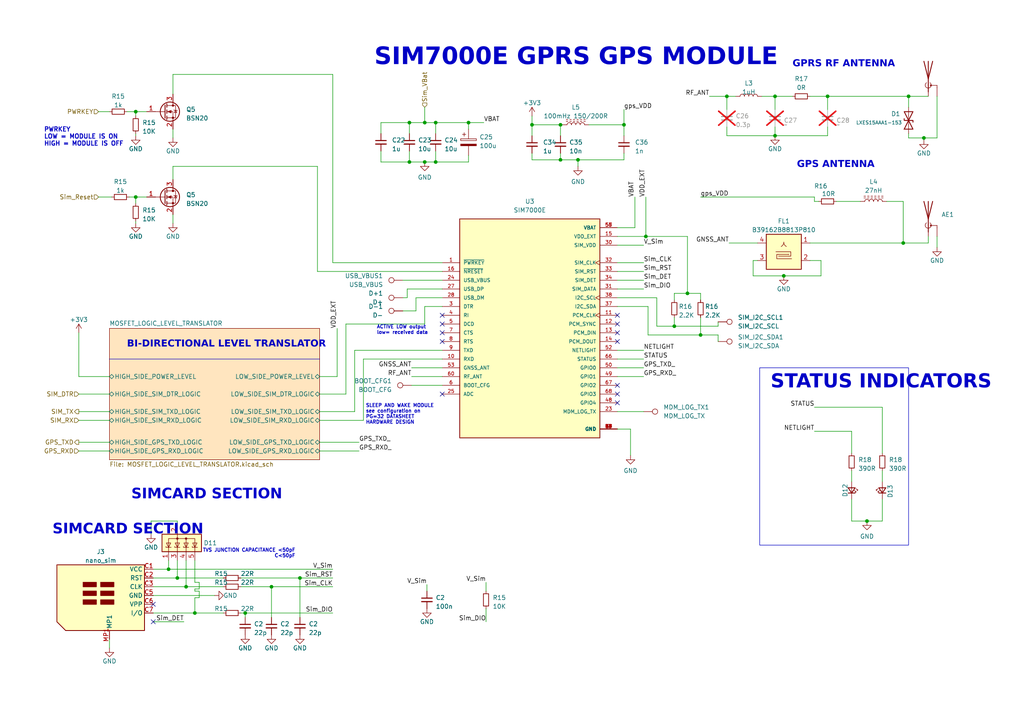
<source format=kicad_sch>
(kicad_sch (version 20230121) (generator eeschema)
  (paper "A4")
  (junction (at 118.745 46.99))
  (junction (at 203.2 97.155))
  (junction (at 240.03 27.94))
  (junction (at 86.995 167.64))
  (junction (at 71.12 177.8))
  (junction (at 210.82 27.94))
  (junction (at 51.435 167.64))
  (junction (at 224.79 27.94))
  (junction (at 48.895 165.1))
  (junction (at 162.56 36.195))
  (junction (at 267.97 40.005))
  (junction (at 123.19 35.56))
  (junction (at 135.89 35.56))
  (junction (at 251.46 151.13))
  (junction (at 162.56 46.355))
  (junction (at 123.19 46.99))
  (junction (at 187.325 68.58))
  (junction (at 126.365 46.99))
  (junction (at 126.365 35.56))
  (junction (at 53.975 170.18))
  (junction (at 118.745 35.56))
  (junction (at 167.64 46.355))
  (junction (at 227.33 80.01))
  (junction (at 224.79 39.37))
  (junction (at 199.39 85.09))
  (junction (at 263.525 27.94))
  (junction (at 154.305 36.195))
  (junction (at 39.37 57.15))
  (junction (at 39.37 32.385))
  (junction (at 78.74 170.18))
  (junction (at 195.58 94.615))
  (junction (at 56.515 177.8))
  (junction (at 180.975 36.195))
  (junction (at 261.9738 70.485))
  (no_connect (at 128.27 99.06))
  (no_connect (at 179.07 111.76))
  (no_connect (at 128.27 93.98))
  (no_connect (at 179.07 96.52))
  (no_connect (at 44.45 175.26))
  (no_connect (at 179.07 116.84))
  (no_connect (at 179.07 93.98))
  (no_connect (at 179.07 114.3))
  (no_connect (at 128.27 114.3))
  (no_connect (at 128.27 96.52))
  (no_connect (at 179.07 91.44))
  (no_connect (at 179.07 99.06))
  (no_connect (at 128.27 91.44))
  (no_connect (at 44.45 180.34))
  (wire (pts (xy 179.07 119.38) (xy 186.69 119.38)))
  (wire (pts (xy 179.07 106.68) (xy 186.69 106.68)))
  (wire (pts (xy 210.82 39.37) (xy 210.82 36.83)))
  (wire (pts (xy 22.86 114.3) (xy 31.75 114.3)))
  (wire (pts (xy 123.19 31.115) (xy 123.19 35.56)))
  (wire (pts (xy 51.435 167.64) (xy 64.77 167.64)))
  (wire (pts (xy 44.45 180.34) (xy 53.34 180.34)))
  (wire (pts (xy 167.64 46.355) (xy 180.975 46.355)))
  (wire (pts (xy 210.82 31.75) (xy 210.82 27.94)))
  (wire (pts (xy 92.71 128.27) (xy 104.14 128.27)))
  (wire (pts (xy 48.895 165.1) (xy 96.52 165.1)))
  (wire (pts (xy 39.37 64.77) (xy 39.37 64.135)))
  (wire (pts (xy 50.165 37.465) (xy 50.165 40.005)))
  (wire (pts (xy 195.58 92.075) (xy 195.58 94.615)))
  (wire (pts (xy 100.33 114.3) (xy 100.33 93.98)))
  (wire (pts (xy 123.19 46.99) (xy 126.365 46.99)))
  (wire (pts (xy 126.365 43.815) (xy 126.365 46.99)))
  (wire (pts (xy 92.075 78.74) (xy 92.075 48.26)))
  (wire (pts (xy 269.24 68.58) (xy 269.24 70.485)))
  (wire (pts (xy 51.435 151.13) (xy 51.435 152.4)))
  (wire (pts (xy 238.125 80.01) (xy 227.33 80.01)))
  (wire (pts (xy 102.87 101.6) (xy 102.87 119.38)))
  (wire (pts (xy 154.305 36.195) (xy 154.305 39.37)))
  (wire (pts (xy 179.07 104.14) (xy 186.69 104.14)))
  (wire (pts (xy 187.325 68.58) (xy 199.39 68.58)))
  (wire (pts (xy 22.86 128.27) (xy 31.75 128.27)))
  (wire (pts (xy 203.2 92.075) (xy 203.2 97.155)))
  (wire (pts (xy 182.88 124.46) (xy 179.07 124.46)))
  (wire (pts (xy 50.165 62.23) (xy 50.165 64.77)))
  (wire (pts (xy 199.39 85.09) (xy 195.58 85.09)))
  (wire (pts (xy 97.79 109.22) (xy 92.71 109.22)))
  (wire (pts (xy 162.56 36.195) (xy 163.195 36.195)))
  (wire (pts (xy 44.45 167.64) (xy 51.435 167.64)))
  (wire (pts (xy 71.12 177.8) (xy 96.52 177.8)))
  (wire (pts (xy 203.2 57.15) (xy 236.22 57.15)))
  (wire (pts (xy 179.07 88.9) (xy 187.96 88.9)))
  (wire (pts (xy 57.785 171.45) (xy 57.785 173.355)))
  (wire (pts (xy 224.79 27.94) (xy 224.79 31.75)))
  (wire (pts (xy 179.07 78.74) (xy 186.69 78.74)))
  (wire (pts (xy 96.52 76.2) (xy 128.27 76.2)))
  (wire (pts (xy 56.515 170.815) (xy 57.785 170.815)))
  (wire (pts (xy 118.11 86.36) (xy 116.84 86.36)))
  (wire (pts (xy 271.78 68.58) (xy 271.78 71.755)))
  (wire (pts (xy 180.975 31.75) (xy 180.975 36.195)))
  (wire (pts (xy 50.165 48.26) (xy 50.165 52.07)))
  (wire (pts (xy 263.525 40.005) (xy 267.97 40.005)))
  (wire (pts (xy 116.84 90.17) (xy 120.65 90.17)))
  (wire (pts (xy 179.07 81.28) (xy 186.69 81.28)))
  (wire (pts (xy 39.37 32.385) (xy 42.545 32.385)))
  (wire (pts (xy 48.895 165.1) (xy 48.895 162.56)))
  (wire (pts (xy 39.37 33.655) (xy 39.37 32.385)))
  (wire (pts (xy 234.95 75.565) (xy 238.125 75.565)))
  (wire (pts (xy 43.815 151.13) (xy 43.815 154.94)))
  (wire (pts (xy 57.785 168.91) (xy 57.785 170.815)))
  (wire (pts (xy 50.165 27.305) (xy 50.165 21.59)))
  (wire (pts (xy 44.45 165.1) (xy 48.895 165.1)))
  (wire (pts (xy 22.86 96.52) (xy 22.86 109.22)))
  (wire (pts (xy 182.88 132.08) (xy 182.88 124.46)))
  (wire (pts (xy 236.22 118.11) (xy 255.905 118.11)))
  (wire (pts (xy 110.49 43.815) (xy 110.49 46.99)))
  (wire (pts (xy 56.515 171.45) (xy 57.785 171.45)))
  (wire (pts (xy 43.815 151.13) (xy 51.435 151.13)))
  (wire (pts (xy 140.97 176.53) (xy 140.97 180.34)))
  (wire (pts (xy 56.515 162.56) (xy 56.515 168.91)))
  (wire (pts (xy 234.95 27.94) (xy 240.03 27.94)))
  (wire (pts (xy 118.745 35.56) (xy 110.49 35.56)))
  (wire (pts (xy 123.19 93.98) (xy 123.19 88.9)))
  (wire (pts (xy 247.015 144.78) (xy 247.015 151.13)))
  (wire (pts (xy 208.28 93.345) (xy 208.28 94.615)))
  (wire (pts (xy 118.745 43.815) (xy 118.745 46.99)))
  (wire (pts (xy 227.33 80.01) (xy 218.44 80.01)))
  (wire (pts (xy 154.305 46.355) (xy 162.56 46.355)))
  (wire (pts (xy 263.525 27.94) (xy 269.24 27.94)))
  (wire (pts (xy 229.87 27.94) (xy 224.79 27.94)))
  (wire (pts (xy 36.83 32.385) (xy 39.37 32.385)))
  (wire (pts (xy 28.575 57.15) (xy 32.385 57.15)))
  (wire (pts (xy 119.38 106.68) (xy 128.27 106.68)))
  (wire (pts (xy 240.03 39.37) (xy 224.79 39.37)))
  (wire (pts (xy 251.46 151.13) (xy 255.905 151.13)))
  (wire (pts (xy 126.365 46.99) (xy 135.89 46.99)))
  (wire (pts (xy 110.49 46.99) (xy 118.745 46.99)))
  (wire (pts (xy 97.79 95.25) (xy 97.79 109.22)))
  (wire (pts (xy 135.89 35.56) (xy 140.335 35.56)))
  (wire (pts (xy 203.2 85.09) (xy 199.39 85.09)))
  (wire (pts (xy 44.45 170.18) (xy 53.975 170.18)))
  (wire (pts (xy 190.5 86.36) (xy 190.5 94.615)))
  (wire (pts (xy 240.03 27.94) (xy 240.03 31.75)))
  (wire (pts (xy 237.49 58.42) (xy 236.22 58.42)))
  (wire (pts (xy 179.07 71.12) (xy 186.69 71.12)))
  (wire (pts (xy 22.86 109.22) (xy 31.75 109.22)))
  (wire (pts (xy 100.33 93.98) (xy 123.19 93.98)))
  (wire (pts (xy 218.44 80.01) (xy 218.44 75.565)))
  (wire (pts (xy 22.86 121.92) (xy 31.75 121.92)))
  (wire (pts (xy 92.71 130.81) (xy 104.14 130.81)))
  (wire (pts (xy 44.45 172.72) (xy 62.23 172.72)))
  (wire (pts (xy 78.74 170.18) (xy 96.52 170.18)))
  (wire (pts (xy 263.525 38.735) (xy 263.525 40.005)))
  (wire (pts (xy 261.9738 58.42) (xy 257.175 58.42)))
  (wire (pts (xy 179.07 109.22) (xy 186.69 109.22)))
  (wire (pts (xy 255.905 118.11) (xy 255.905 131.445)))
  (wire (pts (xy 187.96 97.155) (xy 203.2 97.155)))
  (wire (pts (xy 170.815 36.195) (xy 180.975 36.195)))
  (wire (pts (xy 184.15 57.15) (xy 184.15 66.04)))
  (wire (pts (xy 195.58 94.615) (xy 208.28 94.615)))
  (wire (pts (xy 128.27 101.6) (xy 102.87 101.6)))
  (wire (pts (xy 180.975 36.195) (xy 180.975 39.37)))
  (wire (pts (xy 135.89 46.99) (xy 135.89 45.085)))
  (wire (pts (xy 224.79 36.83) (xy 224.79 39.37)))
  (wire (pts (xy 218.44 75.565) (xy 219.71 75.565)))
  (wire (pts (xy 203.2 86.995) (xy 203.2 85.09)))
  (wire (pts (xy 247.015 151.13) (xy 251.46 151.13)))
  (wire (pts (xy 123.19 35.56) (xy 126.365 35.56)))
  (wire (pts (xy 69.85 167.64) (xy 86.995 167.64)))
  (wire (pts (xy 261.9738 70.485) (xy 269.24 70.485)))
  (wire (pts (xy 208.28 99.06) (xy 208.28 97.155)))
  (wire (pts (xy 120.65 90.17) (xy 120.65 86.36)))
  (wire (pts (xy 86.995 179.07) (xy 86.995 167.64)))
  (wire (pts (xy 118.745 35.56) (xy 118.745 38.735)))
  (wire (pts (xy 247.015 136.525) (xy 247.015 139.7)))
  (wire (pts (xy 37.465 57.15) (xy 39.37 57.15)))
  (wire (pts (xy 126.365 35.56) (xy 126.365 38.735)))
  (wire (pts (xy 162.56 36.195) (xy 162.56 39.37)))
  (wire (pts (xy 195.58 85.09) (xy 195.58 86.995)))
  (wire (pts (xy 118.11 83.82) (xy 118.11 86.36)))
  (wire (pts (xy 179.07 76.2) (xy 186.69 76.2)))
  (wire (pts (xy 224.79 39.37) (xy 210.82 39.37)))
  (wire (pts (xy 118.745 46.99) (xy 123.19 46.99)))
  (wire (pts (xy 211.455 70.485) (xy 219.71 70.485)))
  (wire (pts (xy 102.87 119.38) (xy 92.71 119.38)))
  (wire (pts (xy 56.515 170.815) (xy 56.515 171.45)))
  (wire (pts (xy 240.03 27.94) (xy 263.525 27.94)))
  (wire (pts (xy 96.52 21.59) (xy 96.52 76.2)))
  (wire (pts (xy 187.96 88.9) (xy 187.96 97.155)))
  (wire (pts (xy 271.78 27.94) (xy 271.78 40.005)))
  (wire (pts (xy 203.2 97.155) (xy 208.28 97.155)))
  (wire (pts (xy 234.95 70.485) (xy 261.9738 70.485)))
  (wire (pts (xy 162.56 44.45) (xy 162.56 46.355)))
  (wire (pts (xy 116.84 81.28) (xy 128.27 81.28)))
  (wire (pts (xy 162.56 46.355) (xy 167.64 46.355)))
  (wire (pts (xy 31.75 185.42) (xy 31.75 187.96)))
  (wire (pts (xy 78.74 179.07) (xy 78.74 170.18)))
  (wire (pts (xy 199.39 68.58) (xy 199.39 85.09)))
  (wire (pts (xy 135.89 35.56) (xy 126.365 35.56)))
  (wire (pts (xy 69.85 170.18) (xy 78.74 170.18)))
  (wire (pts (xy 56.515 177.8) (xy 64.77 177.8)))
  (wire (pts (xy 22.86 130.81) (xy 31.75 130.81)))
  (wire (pts (xy 119.38 111.76) (xy 128.27 111.76)))
  (wire (pts (xy 118.11 83.82) (xy 128.27 83.82)))
  (polyline (pts (xy 31.75 104.14) (xy 92.71 104.14)))
  (wire (pts (xy 247.015 125.095) (xy 247.015 131.445)))
  (wire (pts (xy 179.07 101.6) (xy 186.69 101.6)))
  (wire (pts (xy 128.27 78.74) (xy 92.075 78.74)))
  (wire (pts (xy 267.97 40.005) (xy 271.78 40.005)))
  (wire (pts (xy 44.45 177.8) (xy 56.515 177.8)))
  (wire (pts (xy 236.22 125.095) (xy 247.015 125.095)))
  (wire (pts (xy 240.03 36.83) (xy 240.03 39.37)))
  (wire (pts (xy 123.19 88.9) (xy 128.27 88.9)))
  (wire (pts (xy 56.515 168.91) (xy 57.785 168.91)))
  (wire (pts (xy 39.37 57.15) (xy 42.545 57.15)))
  (wire (pts (xy 154.305 44.45) (xy 154.305 46.355)))
  (wire (pts (xy 71.12 177.8) (xy 71.12 179.07)))
  (wire (pts (xy 50.165 21.59) (xy 96.52 21.59)))
  (wire (pts (xy 140.97 168.91) (xy 140.97 171.45)))
  (wire (pts (xy 154.305 33.655) (xy 154.305 36.195)))
  (wire (pts (xy 179.07 66.04) (xy 184.15 66.04)))
  (wire (pts (xy 236.22 57.15) (xy 236.22 58.42)))
  (wire (pts (xy 224.79 27.94) (xy 220.98 27.94)))
  (wire (pts (xy 57.785 173.355) (xy 56.515 173.355)))
  (wire (pts (xy 261.9738 58.42) (xy 261.9738 70.485)))
  (wire (pts (xy 190.5 94.615) (xy 195.58 94.615)))
  (wire (pts (xy 167.64 46.355) (xy 167.64 48.26)))
  (wire (pts (xy 105.41 121.92) (xy 105.41 104.14)))
  (wire (pts (xy 39.37 39.37) (xy 39.37 38.735)))
  (wire (pts (xy 86.995 167.64) (xy 96.52 167.64)))
  (wire (pts (xy 119.38 109.22) (xy 128.27 109.22)))
  (wire (pts (xy 213.36 27.94) (xy 210.82 27.94)))
  (wire (pts (xy 179.07 86.36) (xy 190.5 86.36)))
  (wire (pts (xy 22.86 119.38) (xy 31.75 119.38)))
  (wire (pts (xy 179.07 68.58) (xy 187.325 68.58)))
  (wire (pts (xy 267.97 40.005) (xy 267.97 40.64)))
  (wire (pts (xy 56.515 173.355) (xy 56.515 177.8)))
  (wire (pts (xy 105.41 104.14) (xy 128.27 104.14)))
  (wire (pts (xy 154.305 36.195) (xy 162.56 36.195)))
  (wire (pts (xy 238.125 75.565) (xy 238.125 80.01)))
  (wire (pts (xy 120.65 86.36) (xy 128.27 86.36)))
  (wire (pts (xy 255.905 136.525) (xy 255.905 139.7)))
  (wire (pts (xy 28.575 32.385) (xy 31.75 32.385)))
  (wire (pts (xy 187.325 57.15) (xy 187.325 68.58)))
  (wire (pts (xy 69.85 177.8) (xy 71.12 177.8)))
  (wire (pts (xy 263.525 31.115) (xy 263.525 27.94)))
  (wire (pts (xy 92.075 48.26) (xy 50.165 48.26)))
  (wire (pts (xy 39.37 59.055) (xy 39.37 57.15)))
  (wire (pts (xy 205.74 27.94) (xy 210.82 27.94)))
  (wire (pts (xy 123.825 169.545) (xy 123.825 171.45)))
  (wire (pts (xy 179.07 83.82) (xy 186.69 83.82)))
  (wire (pts (xy 123.19 35.56) (xy 118.745 35.56)))
  (wire (pts (xy 53.975 170.18) (xy 64.77 170.18)))
  (wire (pts (xy 92.71 114.3) (xy 100.33 114.3)))
  (wire (pts (xy 242.57 58.42) (xy 249.555 58.42)))
  (wire (pts (xy 135.89 37.465) (xy 135.89 35.56)))
  (wire (pts (xy 180.975 44.45) (xy 180.975 46.355)))
  (wire (pts (xy 51.435 167.64) (xy 51.435 162.56)))
  (wire (pts (xy 110.49 35.56) (xy 110.49 38.735)))
  (wire (pts (xy 53.975 162.56) (xy 53.975 170.18)))
  (wire (pts (xy 255.905 144.78) (xy 255.905 151.13)))
  (wire (pts (xy 92.71 121.92) (xy 105.41 121.92)))
  (rectangle (start 220.345 106.68) (end 263.525 158.115))
  (text "SIMCARD SECTION" (at 15.24 156.21 0) (effects (font (size 3 3) (thickness 0.6) bold) (justify left bottom)))
  (text "GPS ANTENNA" (at 231.14 49.53 0) (effects (font (size 2 2) (thickness 0.4) bold) (justify left bottom)))
  (text "SLEEP AND WAKE MODULE\nsee configuration on\nPG=32 DATASHEET\nHARDWARE DESIGN" (at 106.045 123.19 0) (effects (font (size 1 1) bold) (justify left bottom)))
  (text "STATUS INDICATORS" (at 223.52 114.3 0) (effects (font (size 4 4) (thickness 0.4) bold) (justify left bottom)))
  (text "TVS JUNCTION CAPACITANCE <50pF\nC<50pF" (at 85.725 161.925 0) (effects (font (size 1 1) bold) (justify right bottom)))
  (text "ACTIVE LOW output\nlow= received data" (at 109.22 97.155 0) (effects (font (size 1 1) bold) (justify left bottom)))
  (text "SIMCARD SECTION" (at 38.1 146.05 0) (effects (font (size 3 3) (thickness 0.6) bold) (justify left bottom)))
  (text "PWRKEY\nLOW = MODULE IS ON\nHIGH = MODULE IS OFF" (at 12.7 42.545 0) (effects (font (size 1.27 1.27) bold) (justify left bottom)))
  (text "BI-DIRECTIONAL LEVEL TRANSLATOR \n" (at 36.83 101.6 0) (effects (font (size 2 2) bold) (justify left bottom)))
  (text "GPRS RF ANTENNA" (at 229.87 20.32 0) (effects (font (size 2 2) (thickness 0.4) bold) (justify left bottom)))
  (text "SIM7000E GPRS GPS MODULE" (at 108.585 20.955 0) (effects (font (size 5 5) bold) (justify left bottom)))
  (label "Sim_DET" (at 186.69 81.28 0))
  (label "V_Sim" (at 186.69 71.12 0))
  (label "STATUS" (at 236.22 118.11 180))
  (label "Sim_CLK" (at 96.52 170.18 180))
  (label "Sim_RST" (at 186.69 78.74 0))
  (label "GPS_TXD_" (at 104.14 128.27 0) (effects (font (size 1.2446 1.2446))))
  (label "NETLIGHT" (at 186.69 101.6 0))
  (label "STATUS" (at 186.69 104.14 0))
  (label "GNSS_ANT" (at 119.38 106.68 180))
  (label "RF_ANT" (at 205.74 27.94 180))
  (label "GPS_RXD_" (at 104.14 130.81 0) (effects (font (size 1.2446 1.2446))))
  (label "VDD_EXT" (at 97.79 95.25 90))
  (label "V_Sim" (at 140.97 168.91 180))
  (label "GPS_RXD_" (at 186.69 109.22 0) (effects (font (size 1.2446 1.2446))))
  (label "Sim_DIO" (at 96.52 177.8 180))
  (label "Sim_DIO" (at 186.69 83.82 0))
  (label "VBAT" (at 184.15 57.15 90))
  (label "GPS_TXD_" (at 186.69 106.68 0) (effects (font (size 1.2446 1.2446))))
  (label "Sim_CLK" (at 186.69 76.2 0))
  (label "Sim_DIO" (at 140.97 180.34 180))
  (label "VBAT" (at 140.335 35.56 0))
  (label "VDD_EXT" (at 187.325 57.15 90))
  (label "gps_VDD" (at 203.2 57.15 0))
  (label "RF_ANT" (at 119.38 109.22 180))
  (label "Sim_DET" (at 53.34 180.34 180))
  (label "gps_VDD" (at 180.975 31.75 0))
  (label "NETLIGHT" (at 236.22 125.095 180))
  (label "V_Sim" (at 96.52 165.1 180))
  (label "V_Sim" (at 123.825 169.545 180))
  (label "Sim_RST" (at 96.52 167.64 180))
  (label "GNSS_ANT" (at 211.455 70.485 180))
  (hierarchical_label "SIM_DTR" (shape input) (at 22.86 114.3 180))
  (hierarchical_label "SIM_RX" (shape input) (at 22.86 121.92 180))
  (hierarchical_label "GPS_RXD" (shape input) (at 22.86 130.81 180))
  (hierarchical_label "SIM_TX" (shape output) (at 22.86 119.38 180))
  (hierarchical_label "Sim_VBat" (shape input) (at 123.19 31.115 90))
  (hierarchical_label "GPS_TXD" (shape output) (at 22.86 128.27 180))
  (hierarchical_label "Sim_Reset" (shape input) (at 28.575 57.15 180))
  (hierarchical_label "PWRKEY" (shape input) (at 28.575 32.385 180))
  (symbol (lib_id "Device:L_Ferrite") (at 253.365 58.42 90) (unit 1)
    (property "Reference" "L4" (at 253.365 52.705 90))
    (property "Value" "27nH" (at 253.365 55.245 90))
    (property "Footprint" "Inductor_SMD:L_0402_1005Metric" (effects hide))
    (instances (project "GPS_MODULE_V3.kicad_pro" (path "" (reference "L4") (unit 1))) (project "BIM_PCB" (path "" (reference "L4") (unit 1))) (project "ELIESTER_V2" (path "" (reference "L14") (unit 1))))
  )
  (symbol (lib_id "Device:C_Polarized") (at 135.89 41.275 0) (unit 1)
    (property "Reference" "C25" (at 139.065 39.751 0) (effects (justify left)))
    (property "Value" "100u" (at 139.065 42.291 0) (effects (justify left)))
    (property "Footprint" "Capacitor_Tantalum_SMD:CP_EIA-3216-18_Kemet-A" (effects hide))
    (property "MPN" "TLJA107M006R0800" (effects hide))
    (instances (project "GPS_MODULE_V3.kicad_pro" (path "" (reference "C25") (unit 1))) (project "BIM_PCB" (path "" (reference "C20") (unit 1))) (project "ELIESTER_V2" (path "" (reference "C84") (unit 1))))
  )
  (symbol (lib_id "Device:C_Small") (at 180.975 41.91 0) (unit 1)
    (property "Reference" "C36" (at 184.15 41.2813 0) (effects (justify left)))
    (property "Value" "1n" (at 184.15 43.8213 0) (effects (justify left)))
    (property "Footprint" "Capacitor_SMD:C_0402_1005Metric" (effects hide))
    (instances (project "GPS_MODULE_V3.kicad_pro" (path "" (reference "C36") (unit 1))) (project "proxy_obdII_logger_hardware" (path "" (reference "C23") (unit 1))) (project "Weather_Station_Project" (path "" (reference "C23") (unit 1))) (project "BIM_PCB" (path "" (reference "C23") (unit 1))) (project "ELIESTER_V2" (path "" (reference "C?") (unit 1)) (path "" (reference "C92") (unit 1))))
  )
  (symbol (lib_id "power:GND") (at 39.37 64.77 0) (unit 1)
    (property "Reference" "#PWR031" (effects hide))
    (property "Value" "GND" (at 39.37 68.58 0))
    (instances (project "SIM7000G_GPS_GPRS_MODULE" (path "" (reference "#PWR031") (unit 1))) (project "GPS_MODULE_V3.kicad_pro" (path "" (reference "#PWR026") (unit 1))) (project "proxy_obdII_logger_hardware" (path "" (reference "#PWR031") (unit 1))) (project "Weather_Station_Project" (path "" (reference "#PWR04") (unit 1))) (project "BIM_PCB" (path "" (reference "#PWR028") (unit 1))) (project "SIM_Module_Interface" (path "" (reference "#PWR031") (unit 1))) (project "ELIESTER_V2" (path "" (reference "#PWR0151") (unit 1))))
  )
  (symbol (lib_id "Device:LED_Small") (at 247.015 142.24 270) (mirror x) (unit 1)
    (property "Reference" "D12" (at 245.11 142.24 0))
    (property "Value" "ORANGE" (effects hide))
    (property "Footprint" "LED_SMD:LED_0603_1608Metric" (effects hide))
    (instances (project "SIM7000G_GPS_GPRS_MODULE" (path "" (reference "D12") (unit 1))) (project "GPS_MODULE_V3.kicad_pro" (path "" (reference "D7") (unit 1))) (project "proxy_obdII_logger_hardware" (path "" (reference "D12") (unit 1))) (project "Weather_Station_Project" (path "" (reference "D3") (unit 1))) (project "BIM_PCB" (path "" (reference "D4") (unit 1))) (project "SIM_Module_Interface" (path "" (reference "D12") (unit 1))) (project "ELIESTER_V2" (path "" (reference "D20") (unit 1))))
  )
  (symbol (lib_id "Connector:TestPoint") (at 208.28 99.06 270) (unit 1)
    (property "Reference" "SIM_I2C_SDA1" (at 213.995 97.79 90) (effects (justify left)))
    (property "Value" "SIM_I2C_SDA" (at 213.995 100.33 90) (effects (justify left)))
    (property "Footprint" "TestPoint:TestPoint_Pad_D1.0mm" (effects hide))
  )
  (symbol (lib_id "Device:C_Small") (at 154.305 41.91 0) (unit 1)
    (property "Reference" "C34" (at 157.48 41.2813 0) (effects (justify left)))
    (property "Value" "1u" (at 157.48 43.8213 0) (effects (justify left)))
    (property "Footprint" "Capacitor_SMD:C_0402_1005Metric" (effects hide))
    (instances (project "GPS_MODULE_V3.kicad_pro" (path "" (reference "C34") (unit 1))) (project "proxy_obdII_logger_hardware" (path "" (reference "C23") (unit 1))) (project "Weather_Station_Project" (path "" (reference "C23") (unit 1))) (project "BIM_PCB" (path "" (reference "C21") (unit 1))) (project "ELIESTER_V2" (path "" (reference "C?") (unit 1)) (path "" (reference "C90") (unit 1))))
  )
  (symbol (lib_id "Connector:TestPoint") (at 119.38 111.76 90) (mirror x) (unit 1)
    (property "Reference" "BOOT_CFG1" (at 113.665 110.49 90) (effects (justify left)))
    (property "Value" "BOOT_CFG" (at 113.665 113.03 90) (effects (justify left)))
    (property "Footprint" "TestPoint:TestPoint_Pad_D1.0mm" (effects hide))
  )
  (symbol (lib_id "power:GND") (at 62.23 172.72 90) (unit 1)
    (property "Reference" "#PWR033" (effects hide))
    (property "Value" "GND" (at 64.77 172.72 90) (effects (justify right)))
    (instances (project "SIM7000G_GPS_GPRS_MODULE" (path "" (reference "#PWR033") (unit 1))) (project "GPS_MODULE_V3.kicad_pro" (path "" (reference "#PWR030") (unit 1))) (project "proxy_obdII_logger_hardware" (path "" (reference "#PWR033") (unit 1))) (project "Weather_Station_Project" (path "" (reference "#PWR054") (unit 1))) (project "BIM_PCB" (path "" (reference "#PWR048") (unit 1))) (project "SIM_Module_Interface" (path "" (reference "#PWR033") (unit 1))) (project "ELIESTER_V2" (path "" (reference "#PWR0161") (unit 1))))
  )
  (symbol (lib_id "Device:R_Small") (at 240.03 58.42 270) (unit 1)
    (property "Reference" "R16" (at 240.03 53.975 90) (effects (justify right)))
    (property "Value" "10R" (at 242.2525 56.1975 90) (effects (justify right)))
    (property "Footprint" "Resistor_SMD:R_0402_1005Metric" (effects hide))
    (instances (project "SIM7000G_GPS_GPRS_MODULE" (path "" (reference "R16") (unit 1))) (project "GPS_MODULE_V3.kicad_pro" (path "" (reference "R20") (unit 1))) (project "proxy_obdII_logger_hardware" (path "" (reference "R16") (unit 1))) (project "Weather_Station_Project" (path "" (reference "R23") (unit 1))) (project "BIM_PCB" (path "" (reference "R21") (unit 1))) (project "SIM_Module_Interface" (path "" (reference "R16") (unit 1))) (project "ELIESTER_V2" (path "" (reference "R64") (unit 1))))
  )
  (symbol (lib_id "Device:R_Small") (at 195.58 89.535 180) (unit 1)
    (property "Reference" "R16" (at 196.85 88.9 0) (effects (justify right)))
    (property "Value" "2.2K" (at 196.85 91.44 0) (effects (justify right)))
    (property "Footprint" "Resistor_SMD:R_0603_1608Metric" (effects hide))
    (instances (project "SIM7000G_GPS_GPRS_MODULE" (path "" (reference "R16") (unit 1))) (project "GPS_MODULE_V3.kicad_pro" (path "" (reference "R17") (unit 1))) (project "proxy_obdII_logger_hardware" (path "" (reference "R16") (unit 1))) (project "Weather_Station_Project" (path "" (reference "R23") (unit 1))) (project "BIM_PCB" (path "" (reference "R23") (unit 1))) (project "SIM_Module_Interface" (path "" (reference "R16") (unit 1))) (project "ELIESTER_V2" (path "" (reference "R62") (unit 1))))
  )
  (symbol (lib_id "Device:C_Small") (at 123.825 173.99 0) (mirror y) (unit 1)
    (property "Reference" "C2" (at 126.365 173.3613 0) (effects (justify right)))
    (property "Value" "100n" (at 126.365 175.9013 0) (effects (justify right)))
    (property "Footprint" "Capacitor_SMD:C_0402_1005Metric" (effects hide))
    (instances (project "SIM7000G_GPS_GPRS_MODULE" (path "" (reference "C2") (unit 1))) (project "GPS_MODULE_V3.kicad_pro" (path "" (reference "C21") (unit 1))) (project "Weather_Station_Project" (path "" (reference "C2") (unit 1))) (project "BIM_PCB" (path "" (reference "C26") (unit 1))) (project "ELIESTER_V2" (path "" (reference "C86") (unit 1))))
  )
  (symbol (lib_id "Device:Antenna_Shield") (at 269.24 22.86 0) (unit 1)
    (property "Reference" "AE2" (effects hide))
    (property "Value" "Antenna_Shield" (effects hide))
    (property "Footprint" "greencharge-footprints:UFL_COAX_CONN23370191" (effects hide))
    (instances (project "SIM7000G_GPS_GPRS_MODULE" (path "" (reference "AE2") (unit 1))) (project "GPS_MODULE_V3.kicad_pro" (path "" (reference "AE1") (unit 1))) (project "proxy_obdII_logger_hardware" (path "" (reference "AE2") (unit 1))) (project "Weather_Station_Project" (path "" (reference "AE1") (unit 1))) (project "BIM_PCB" (path "" (reference "AE1") (unit 1))) (project "SIM_Module_Interface" (path "" (reference "AE2") (unit 1))) (project "ELIESTER_V2" (path "" (reference "AE1") (unit 1))))
  )
  (symbol (lib_id "Device:C_Small") (at 240.03 34.29 180) (unit 1) (dnp yes)
    (property "Reference" "C28" (at 242.57 34.9186 0) (effects (justify right)))
    (property "Value" "~" (at 242.57 36.1886 0) (effects (justify right)))
    (property "Footprint" "Capacitor_SMD:C_0402_1005Metric" (effects hide))
    (instances (project "GPS_MODULE_V3.kicad_pro" (path "" (reference "C28") (unit 1))) (project "proxy_obdII_logger_hardware" (path "" (reference "C23") (unit 1))) (project "Weather_Station_Project" (path "" (reference "C23") (unit 1))) (project "BIM_PCB" (path "" (reference "C16") (unit 1))) (project "ELIESTER_V2" (path "" (reference "C?") (unit 1)) (path "" (reference "C92") (unit 1))))
  )
  (symbol (lib_id "Power_Protection:SP0504BAHT") (at 51.435 157.48 0) (mirror x) (unit 1)
    (property "Reference" "D11" (at 59.055 157.48 0) (effects (justify left)))
    (property "Value" "SP0504BAHT" (effects hide))
    (property "Footprint" "Package_TO_SOT_SMD:SOT-23-5" (effects hide))
    (property "Datasheet" "http://www.littelfuse.com/~/media/files/littelfuse/technical%20resources/documents/data%20sheets/sp05xxba.pdf" (effects hide))
    (instances (project "SIM7000G_GPS_GPRS_MODULE" (path "" (reference "D11") (unit 1))) (project "GPS_MODULE_V3.kicad_pro" (path "" (reference "D6") (unit 1))) (project "proxy_obdII_logger_hardware" (path "" (reference "D11") (unit 1))) (project "Weather_Station_Project" (path "" (reference "D7") (unit 1))) (project "BIM_PCB" (path "" (reference "D6") (unit 1))) (project "SIM_Module_Interface" (path "" (reference "D11") (unit 1))) (project "ELIESTER_V2" (path "" (reference "D21") (unit 1))))
  )
  (symbol (lib_id "Device:R_Small") (at 34.29 32.385 90) (unit 1)
    (property "Reference" "R15" (at 34.29 27.94 90))
    (property "Value" "1k" (at 34.29 30.48 90))
    (property "Footprint" "Resistor_SMD:R_0402_1005Metric" (effects hide))
    (instances (project "SIM7000G_GPS_GPRS_MODULE" (path "" (reference "R15") (unit 1))) (project "GPS_MODULE_V3.kicad_pro" (path "" (reference "R9") (unit 1))) (project "proxy_obdII_logger_hardware" (path "" (reference "R15") (unit 1))) (project "Weather_Station_Project" (path "" (reference "R15") (unit 1))) (project "BIM_PCB" (path "" (reference "R20") (unit 1))) (project "SIM_Module_Interface" (path "" (reference "R15") (unit 1))) (project "ELIESTER_V2" (path "" (reference "R60") (unit 1))))
  )
  (symbol (lib_id "power:GND") (at 86.995 184.15 0) (unit 1)
    (property "Reference" "#PWR032" (effects hide))
    (property "Value" "GND" (at 86.995 187.96 0))
    (instances (project "SIM7000G_GPS_GPRS_MODULE" (path "" (reference "#PWR032") (unit 1))) (project "GPS_MODULE_V3.kicad_pro" (path "" (reference "#PWR033") (unit 1))) (project "proxy_obdII_logger_hardware" (path "" (reference "#PWR032") (unit 1))) (project "Weather_Station_Project" (path "" (reference "#PWR053") (unit 1))) (project "BIM_PCB" (path "" (reference "#PWR052") (unit 1))) (project "SIM_Module_Interface" (path "" (reference "#PWR032") (unit 1))) (project "ELIESTER_V2" (path "" (reference "#PWR0134") (unit 1))))
  )
  (symbol (lib_id "Connector:TestPoint") (at 186.69 119.38 270) (unit 1)
    (property "Reference" "MDM_LOG_TX1" (at 192.405 118.11 90) (effects (justify left)))
    (property "Value" "MDM_LOG_TX" (at 192.405 120.65 90) (effects (justify left)))
    (property "Footprint" "TestPoint:TestPoint_Pad_D1.0mm" (effects hide))
  )
  (symbol (lib_id "Connector:TestPoint") (at 116.84 90.17 90) (mirror x) (unit 1)
    (property "Reference" "D-1" (at 111.125 88.9 90) (effects (justify left)))
    (property "Value" "D-" (at 111.125 91.44 90) (effects (justify left)))
    (property "Footprint" "TestPoint:TestPoint_Pad_D1.0mm" (effects hide))
  )
  (symbol (lib_id "Device:R_Small") (at 247.015 133.985 0) (mirror y) (unit 1)
    (property "Reference" "R18" (at 248.92 133.35 0) (effects (justify right)))
    (property "Value" "390R" (at 248.92 135.89 0) (effects (justify right)))
    (property "Footprint" "Resistor_SMD:R_0402_1005Metric" (effects hide))
    (instances (project "SIM7000G_GPS_GPRS_MODULE" (path "" (reference "R18") (unit 1))) (project "GPS_MODULE_V3.kicad_pro" (path "" (reference "R21") (unit 1))) (project "proxy_obdII_logger_hardware" (path "" (reference "R18") (unit 1))) (project "Weather_Station_Project" (path "" (reference "R31") (unit 1))) (project "BIM_PCB" (path "" (reference "R25") (unit 1))) (project "SIM_Module_Interface" (path "" (reference "R18") (unit 1))) (project "ELIESTER_V2" (path "" (reference "R65") (unit 1))))
  )
  (symbol (lib_id "Connector:TestPoint") (at 116.84 86.36 90) (mirror x) (unit 1)
    (property "Reference" "D+1" (at 111.125 85.09 90) (effects (justify left)))
    (property "Value" "D+" (at 111.125 87.63 90) (effects (justify left)))
    (property "Footprint" "TestPoint:TestPoint_Pad_D1.0mm" (effects hide))
  )
  (symbol (lib_id "power:GND") (at 123.19 46.99 0) (unit 1)
    (property "Reference" "#PWR035" (effects hide))
    (property "Value" "GND" (at 123.19 51.435 0))
    (instances (project "GPS_MODULE_V3.kicad_pro" (path "" (reference "#PWR035") (unit 1))) (project "BIM_PCB" (path "" (reference "#PWR032") (unit 1))) (project "ELIESTER_V2" (path "" (reference "#PWR0140") (unit 1))))
  )
  (symbol (lib_id "Connector:TestPoint") (at 116.84 81.28 90) (mirror x) (unit 1)
    (property "Reference" "USB_VBUS1" (at 111.125 80.01 90) (effects (justify left)))
    (property "Value" "USB_VBUS" (at 111.125 82.55 90) (effects (justify left)))
    (property "Footprint" "TestPoint:TestPoint_Pad_D1.0mm" (effects hide))
  )
  (symbol (lib_id "Device:Antenna_Shield") (at 269.24 63.5 0) (unit 1)
    (property "Reference" "AE1" (at 273.05 62.23 0) (effects (justify left)))
    (property "Value" "Antenna_Shield" (effects hide))
    (property "Footprint" "greencharge-footprints:UFL_COAX_CONN23370191" (effects hide))
    (instances (project "SIM7000G_GPS_GPRS_MODULE" (path "" (reference "AE1") (unit 1))) (project "GPS_MODULE_V3.kicad_pro" (path "" (reference "AE2") (unit 1))) (project "proxy_obdII_logger_hardware" (path "" (reference "AE1") (unit 1))) (project "Weather_Station_Project" (path "" (reference "AE2") (unit 1))) (project "BIM_PCB" (path "" (reference "AE2") (unit 1))) (project "SIM_Module_Interface" (path "" (reference "AE1") (unit 1))) (project "ELIESTER_V2" (path "" (reference "AE2") (unit 1))))
  )
  (symbol (lib_id "Transistor_FET:BSN20") (at 47.625 32.385 0) (unit 1)
    (property "Reference" "Q5" (at 53.975 31.75 0) (effects (justify left)))
    (property "Value" "BSN20" (at 53.975 34.29 0) (effects (justify left)))
    (property "Footprint" "Package_TO_SOT_SMD:SOT-23" (effects hide))
    (property "Datasheet" "http://www.diodes.com/assets/Datasheets/ds31898.pdf" (effects hide))
    (instances (project "SIM7000G_GPS_GPRS_MODULE" (path "" (reference "Q5") (unit 1))) (project "GPS_MODULE_V3.kicad_pro" (path "" (reference "Q2") (unit 1))) (project "proxy_obdII_logger_hardware" (path "" (reference "Q5") (unit 1))) (project "Weather_Station_Project" (path "" (reference "Q5") (unit 1))) (project "BIM_PCB" (path "" (reference "Q5") (unit 1))) (project "SIM_Module_Interface" (path "" (reference "Q5") (unit 1))) (project "ELIESTER_V2" (path "" (reference "Q8") (unit 1))))
  )
  (symbol (lib_id "Device:C_Small") (at 78.74 181.61 0) (mirror y) (unit 1)
    (property "Reference" "C2" (at 81.28 180.9813 0) (effects (justify right)))
    (property "Value" "22p" (at 81.28 183.5213 0) (effects (justify right)))
    (property "Footprint" "Capacitor_SMD:C_0402_1005Metric" (effects hide))
    (instances (project "SIM7000G_GPS_GPRS_MODULE" (path "" (reference "C2") (unit 1))) (project "GPS_MODULE_V3.kicad_pro" (path "" (reference "C19") (unit 1))) (project "Weather_Station_Project" (path "" (reference "C2") (unit 1))) (project "BIM_PCB" (path "" (reference "C28") (unit 1))) (project "ELIESTER_V2" (path "" (reference "C88") (unit 1))))
  )
  (symbol (lib_id "power:GND") (at 267.97 40.64 0) (unit 1)
    (property "Reference" "#PWR039" (effects hide))
    (property "Value" "GND" (at 267.97 44.45 0))
    (instances (project "SIM7000G_GPS_GPRS_MODULE" (path "" (reference "#PWR039") (unit 1))) (project "GPS_MODULE_V3.kicad_pro" (path "" (reference "#PWR040") (unit 1))) (project "proxy_obdII_logger_hardware" (path "" (reference "#PWR039") (unit 1))) (project "Weather_Station_Project" (path "" (reference "#PWR03") (unit 1))) (project "BIM_PCB" (path "" (reference "#PWR031") (unit 1))) (project "SIM_Module_Interface" (path "" (reference "#PWR039") (unit 1))) (project "ELIESTER_V2" (path "" (reference "#PWR081") (unit 1))))
  )
  (symbol (lib_id "Device:C_Small") (at 71.12 181.61 0) (mirror y) (unit 1)
    (property "Reference" "C2" (at 73.66 180.9813 0) (effects (justify right)))
    (property "Value" "22p" (at 73.66 183.5213 0) (effects (justify right)))
    (property "Footprint" "Capacitor_SMD:C_0402_1005Metric" (effects hide))
    (instances (project "SIM7000G_GPS_GPRS_MODULE" (path "" (reference "C2") (unit 1))) (project "GPS_MODULE_V3.kicad_pro" (path "" (reference "C18") (unit 1))) (project "Weather_Station_Project" (path "" (reference "C2") (unit 1))) (project "BIM_PCB" (path "" (reference "C27") (unit 1))) (project "ELIESTER_V2" (path "" (reference "C87") (unit 1))))
  )
  (symbol (lib_id "power:GND") (at 78.74 184.15 0) (unit 1)
    (property "Reference" "#PWR032" (effects hide))
    (property "Value" "GND" (at 78.74 187.96 0))
    (instances (project "SIM7000G_GPS_GPRS_MODULE" (path "" (reference "#PWR032") (unit 1))) (project "GPS_MODULE_V3.kicad_pro" (path "" (reference "#PWR032") (unit 1))) (project "proxy_obdII_logger_hardware" (path "" (reference "#PWR032") (unit 1))) (project "Weather_Station_Project" (path "" (reference "#PWR053") (unit 1))) (project "BIM_PCB" (path "" (reference "#PWR051") (unit 1))) (project "SIM_Module_Interface" (path "" (reference "#PWR032") (unit 1))) (project "ELIESTER_V2" (path "" (reference "#PWR0133") (unit 1))))
  )
  (symbol (lib_id "Device:R_Small") (at 67.31 167.64 270) (unit 1)
    (property "Reference" "R15" (at 64.135 166.37 90))
    (property "Value" "22R" (at 71.755 166.37 90))
    (property "Footprint" "Resistor_SMD:R_0402_1005Metric" (effects hide))
    (instances (project "SIM7000G_GPS_GPRS_MODULE" (path "" (reference "R15") (unit 1))) (project "GPS_MODULE_V3.kicad_pro" (path "" (reference "R13") (unit 1))) (project "proxy_obdII_logger_hardware" (path "" (reference "R15") (unit 1))) (project "Weather_Station_Project" (path "" (reference "R35") (unit 1))) (project "BIM_PCB" (path "" (reference "R27") (unit 1))) (project "SIM_Module_Interface" (path "" (reference "R15") (unit 1))) (project "ELIESTER_V2" (path "" (reference "R70") (unit 1))))
  )
  (symbol (lib_id "Device:R_Small") (at 67.31 177.8 270) (unit 1)
    (property "Reference" "R15" (at 64.135 176.53 90))
    (property "Value" "22R" (at 71.755 176.53 90))
    (property "Footprint" "Resistor_SMD:R_0402_1005Metric" (effects hide))
    (instances (project "SIM7000G_GPS_GPRS_MODULE" (path "" (reference "R15") (unit 1))) (project "GPS_MODULE_V3.kicad_pro" (path "" (reference "R15") (unit 1))) (project "proxy_obdII_logger_hardware" (path "" (reference "R15") (unit 1))) (project "Weather_Station_Project" (path "" (reference "R35") (unit 1))) (project "BIM_PCB" (path "" (reference "R30") (unit 1))) (project "SIM_Module_Interface" (path "" (reference "R15") (unit 1))) (project "ELIESTER_V2" (path "" (reference "R73") (unit 1))))
  )
  (symbol (lib_id "Device:R_Small") (at 39.37 36.195 180) (unit 1)
    (property "Reference" "R15" (at 41.275 35.56 0) (effects (justify right)))
    (property "Value" "10K" (at 41.275 38.1 0) (effects (justify right)))
    (property "Footprint" "Resistor_SMD:R_0402_1005Metric" (effects hide))
    (instances (project "SIM7000G_GPS_GPRS_MODULE" (path "" (reference "R15") (unit 1))) (project "GPS_MODULE_V3.kicad_pro" (path "" (reference "R11") (unit 1))) (project "proxy_obdII_logger_hardware" (path "" (reference "R15") (unit 1))) (project "Weather_Station_Project" (path "" (reference "R16") (unit 1))) (project "BIM_PCB" (path "" (reference "R22") (unit 1))) (project "SIM_Module_Interface" (path "" (reference "R15") (unit 1))) (project "ELIESTER_V2" (path "" (reference "R61") (unit 1))))
  )
  (symbol (lib_id "Device:C_Small") (at 210.82 34.29 180) (unit 1) (dnp yes)
    (property "Reference" "C26" (at 213.36 33.6486 0) (effects (justify right)))
    (property "Value" "0.3p" (at 213.36 36.1886 0) (effects (justify right)))
    (property "Footprint" "Capacitor_SMD:C_0402_1005Metric" (effects hide))
    (instances (project "GPS_MODULE_V3.kicad_pro" (path "" (reference "C26") (unit 1))) (project "proxy_obdII_logger_hardware" (path "" (reference "C23") (unit 1))) (project "Weather_Station_Project" (path "" (reference "C23") (unit 1))) (project "BIM_PCB" (path "" (reference "C14") (unit 1))) (project "ELIESTER_V2" (path "" (reference "C?") (unit 1)) (path "" (reference "C92") (unit 1))))
  )
  (symbol (lib_id "Device:R_Small") (at 34.925 57.15 90) (unit 1)
    (property "Reference" "R15" (at 34.925 52.705 90))
    (property "Value" "1k" (at 34.925 55.245 90))
    (property "Footprint" "Resistor_SMD:R_0402_1005Metric" (effects hide))
    (instances (project "SIM7000G_GPS_GPRS_MODULE" (path "" (reference "R15") (unit 1))) (project "GPS_MODULE_V3.kicad_pro" (path "" (reference "R10") (unit 1))) (project "proxy_obdII_logger_hardware" (path "" (reference "R15") (unit 1))) (project "Weather_Station_Project" (path "" (reference "R6") (unit 1))) (project "BIM_PCB" (path "" (reference "R17") (unit 1))) (project "SIM_Module_Interface" (path "" (reference "R15") (unit 1))) (project "ELIESTER_V2" (path "" (reference "R58") (unit 1))))
  )
  (symbol (lib_id "power:GND") (at 71.12 184.15 0) (unit 1)
    (property "Reference" "#PWR032" (effects hide))
    (property "Value" "GND" (at 71.12 187.96 0))
    (instances (project "SIM7000G_GPS_GPRS_MODULE" (path "" (reference "#PWR032") (unit 1))) (project "GPS_MODULE_V3.kicad_pro" (path "" (reference "#PWR031") (unit 1))) (project "proxy_obdII_logger_hardware" (path "" (reference "#PWR032") (unit 1))) (project "Weather_Station_Project" (path "" (reference "#PWR053") (unit 1))) (project "BIM_PCB" (path "" (reference "#PWR050") (unit 1))) (project "SIM_Module_Interface" (path "" (reference "#PWR032") (unit 1))) (project "ELIESTER_V2" (path "" (reference "#PWR0132") (unit 1))))
  )
  (symbol (lib_id "Device:C_Small") (at 224.79 34.29 180) (unit 1) (dnp yes)
    (property "Reference" "C27" (at 227.33 34.9186 0) (effects (justify right)))
    (property "Value" "~" (at 227.33 36.1886 0) (effects (justify right)))
    (property "Footprint" "Capacitor_SMD:C_0402_1005Metric" (effects hide))
    (instances (project "GPS_MODULE_V3.kicad_pro" (path "" (reference "C27") (unit 1))) (project "proxy_obdII_logger_hardware" (path "" (reference "C23") (unit 1))) (project "Weather_Station_Project" (path "" (reference "C23") (unit 1))) (project "BIM_PCB" (path "" (reference "C15") (unit 1))) (project "ELIESTER_V2" (path "" (reference "C?") (unit 1)) (path "" (reference "C92") (unit 1))))
  )
  (symbol (lib_id "Device:R_Small") (at 140.97 173.99 180) (unit 1)
    (property "Reference" "R15" (at 142.875 173.355 0) (effects (justify right)))
    (property "Value" "10K" (at 142.875 175.895 0) (effects (justify right)))
    (property "Footprint" "Resistor_SMD:R_0402_1005Metric" (effects hide))
    (instances (project "SIM7000G_GPS_GPRS_MODULE" (path "" (reference "R15") (unit 1))) (project "GPS_MODULE_V3.kicad_pro" (path "" (reference "R16") (unit 1))) (project "proxy_obdII_logger_hardware" (path "" (reference "R15") (unit 1))) (project "Weather_Station_Project" (path "" (reference "R35") (unit 1))) (project "BIM_PCB" (path "" (reference "R29") (unit 1))) (project "SIM_Module_Interface" (path "" (reference "R15") (unit 1))) (project "ELIESTER_V2" (path "" (reference "R72") (unit 1))))
  )
  (symbol (lib_id "power:GND") (at 123.825 176.53 0) (unit 1)
    (property "Reference" "#PWR032" (effects hide))
    (property "Value" "GND" (at 123.825 180.34 0))
    (instances (project "SIM7000G_GPS_GPRS_MODULE" (path "" (reference "#PWR032") (unit 1))) (project "GPS_MODULE_V3.kicad_pro" (path "" (reference "#PWR034") (unit 1))) (project "proxy_obdII_logger_hardware" (path "" (reference "#PWR032") (unit 1))) (project "Weather_Station_Project" (path "" (reference "#PWR053") (unit 1))) (project "BIM_PCB" (path "" (reference "#PWR049") (unit 1))) (project "SIM_Module_Interface" (path "" (reference "#PWR032") (unit 1))) (project "ELIESTER_V2" (path "" (reference "#PWR0158") (unit 1))))
  )
  (symbol (lib_id "power:GND") (at 167.64 48.26 0) (unit 1)
    (property "Reference" "#PWR059" (effects hide))
    (property "Value" "GND" (at 167.64 52.705 0))
    (instances (project "GPS_MODULE_V3.kicad_pro" (path "" (reference "#PWR059") (unit 1))) (project "BIM_PCB" (path "" (reference "#PWR034") (unit 1))) (project "ELIESTER_V2" (path "" (reference "#PWR0141") (unit 1))))
  )
  (symbol (lib_id "Device:C_Small") (at 162.56 41.91 0) (unit 1)
    (property "Reference" "C35" (at 165.1 41.2813 0) (effects (justify left)))
    (property "Value" "10n" (at 165.1 43.8213 0) (effects (justify left)))
    (property "Footprint" "Capacitor_SMD:C_0402_1005Metric" (effects hide))
    (instances (project "GPS_MODULE_V3.kicad_pro" (path "" (reference "C35") (unit 1))) (project "proxy_obdII_logger_hardware" (path "" (reference "C23") (unit 1))) (project "Weather_Station_Project" (path "" (reference "C23") (unit 1))) (project "BIM_PCB" (path "" (reference "C22") (unit 1))) (project "ELIESTER_V2" (path "" (reference "C?") (unit 1)) (path "" (reference "C91") (unit 1))))
  )
  (symbol (lib_id "Transistor_FET:BSN20") (at 47.625 57.15 0) (unit 1)
    (property "Reference" "Q5" (at 53.975 56.515 0) (effects (justify left)))
    (property "Value" "BSN20" (at 53.975 59.055 0) (effects (justify left)))
    (property "Footprint" "Package_TO_SOT_SMD:SOT-23" (effects hide))
    (property "Datasheet" "http://www.diodes.com/assets/Datasheets/ds31898.pdf" (effects hide))
    (instances (project "SIM7000G_GPS_GPRS_MODULE" (path "" (reference "Q5") (unit 1))) (project "GPS_MODULE_V3.kicad_pro" (path "" (reference "Q3") (unit 1))) (project "proxy_obdII_logger_hardware" (path "" (reference "Q5") (unit 1))) (project "Weather_Station_Project" (path "" (reference "Q2") (unit 1))) (project "BIM_PCB" (path "" (reference "Q4") (unit 1))) (project "SIM_Module_Interface" (path "" (reference "Q5") (unit 1))) (project "ELIESTER_V2" (path "" (reference "Q7") (unit 1))))
  )
  (symbol (lib_id "Device:R_Small") (at 203.2 89.535 180) (unit 1)
    (property "Reference" "R16" (at 204.47 88.9 0) (effects (justify right)))
    (property "Value" "2.2K" (at 204.47 91.44 0) (effects (justify right)))
    (property "Footprint" "Resistor_SMD:R_0603_1608Metric" (effects hide))
    (instances (project "SIM7000G_GPS_GPRS_MODULE" (path "" (reference "R16") (unit 1))) (project "GPS_MODULE_V3.kicad_pro" (path "" (reference "R18") (unit 1))) (project "proxy_obdII_logger_hardware" (path "" (reference "R16") (unit 1))) (project "Weather_Station_Project" (path "" (reference "R29") (unit 1))) (project "BIM_PCB" (path "" (reference "R24") (unit 1))) (project "SIM_Module_Interface" (path "" (reference "R16") (unit 1))) (project "ELIESTER_V2" (path "" (reference "R63") (unit 1))))
  )
  (symbol (lib_id "Device:R_Small") (at 39.37 61.595 180) (unit 1)
    (property "Reference" "R15" (at 41.275 60.96 0) (effects (justify right)))
    (property "Value" "10K" (at 41.275 63.5 0) (effects (justify right)))
    (property "Footprint" "Resistor_SMD:R_0402_1005Metric" (effects hide))
    (instances (project "SIM7000G_GPS_GPRS_MODULE" (path "" (reference "R15") (unit 1))) (project "GPS_MODULE_V3.kicad_pro" (path "" (reference "R12") (unit 1))) (project "proxy_obdII_logger_hardware" (path "" (reference "R15") (unit 1))) (project "Weather_Station_Project" (path "" (reference "R14") (unit 1))) (project "BIM_PCB" (path "" (reference "R19") (unit 1))) (project "SIM_Module_Interface" (path "" (reference "R15") (unit 1))) (project "ELIESTER_V2" (path "" (reference "R59") (unit 1))))
  )
  (symbol (lib_id "MCD_General:nano_sim_SIM8066-6-1-14-01-A") (at 31.75 172.72 0) (mirror y) (unit 1)
    (property "Reference" "J3" (at 29.21 160.02 0))
    (property "Value" "nano_sim" (at 29.21 162.56 0))
    (property "Footprint" "MACHADA_footprints:nano_sim_NSIM-2-C" (effects hide))
    (property "Datasheet" "https://www.digikey.com/en/products/detail/gct/SIM8066-6-1-14-01-A/14305253?s=N4IgTCBcDaIM4EsC2AOADANgyAugXyA" (effects hide))
    (property "MPN" "NSIM-2-C" (effects hide))
    (instances (project "GPS_MODULE_V3.kicad_pro" (path "" (reference "J3") (unit 1))) (project "BIM_PCB" (path "" (reference "J5") (unit 1))))
  )
  (symbol (lib_id "Device:L_Ferrite") (at 167.005 36.195 90) (unit 1)
    (property "Reference" "L5" (at 167.005 31.115 90))
    (property "Value" "100mHz 150/200R" (at 167.005 33.655 90))
    (property "Footprint" "Inductor_SMD:L_0402_1005Metric" (effects hide))
    (instances (project "GPS_MODULE_V3.kicad_pro" (path "" (reference "L5") (unit 1))) (project "BIM_PCB" (path "" (reference "L3") (unit 1))) (project "ELIESTER_V2" (path "" (reference "L13") (unit 1))))
  )
  (symbol (lib_id "Connector:TestPoint") (at 208.28 93.345 270) (unit 1)
    (property "Reference" "SIM_I2C_SCL1" (at 213.995 92.075 90) (effects (justify left)))
    (property "Value" "SIM_I2C_SCL" (at 213.995 94.615 90) (effects (justify left)))
    (property "Footprint" "TestPoint:TestPoint_Pad_D1.0mm" (effects hide))
  )
  (symbol (lib_id "Device:L") (at 217.17 27.94 90) (unit 1)
    (property "Reference" "L3" (at 217.17 24.13 90))
    (property "Value" "1uH" (at 217.17 26.67 90))
    (property "Footprint" "Inductor_SMD:L_0402_1005Metric" (effects hide))
    (instances (project "GPS_MODULE_V3.kicad_pro" (path "" (reference "L3") (unit 1))) (project "BIM_PCB" (path "" (reference "L2") (unit 1))))
  )
  (symbol (lib_id "Device:R_Small") (at 255.905 133.985 0) (mirror y) (unit 1)
    (property "Reference" "R18" (at 257.81 133.35 0) (effects (justify right)))
    (property "Value" "390R" (at 257.81 135.89 0) (effects (justify right)))
    (property "Footprint" "Resistor_SMD:R_0402_1005Metric" (effects hide))
    (instances (project "SIM7000G_GPS_GPRS_MODULE" (path "" (reference "R18") (unit 1))) (project "GPS_MODULE_V3.kicad_pro" (path "" (reference "R22") (unit 1))) (project "proxy_obdII_logger_hardware" (path "" (reference "R18") (unit 1))) (project "Weather_Station_Project" (path "" (reference "R31") (unit 1))) (project "BIM_PCB" (path "" (reference "R26") (unit 1))) (project "SIM_Module_Interface" (path "" (reference "R18") (unit 1))) (project "ELIESTER_V2" (path "" (reference "R66") (unit 1))))
  )
  (symbol (lib_id "Device:C_Small") (at 126.365 41.275 0) (unit 1)
    (property "Reference" "C24" (at 128.905 40.6463 0) (effects (justify left)))
    (property "Value" "10u" (at 128.905 43.1863 0) (effects (justify left)))
    (property "Footprint" "Capacitor_SMD:C_0402_1005Metric" (effects hide))
    (instances (project "GPS_MODULE_V3.kicad_pro" (path "" (reference "C24") (unit 1))) (project "proxy_obdII_logger_hardware" (path "" (reference "C23") (unit 1))) (project "Weather_Station_Project" (path "" (reference "C23") (unit 1))) (project "BIM_PCB" (path "" (reference "C19") (unit 1))) (project "ELIESTER_V2" (path "" (reference "C?") (unit 1)) (path "" (reference "C83") (unit 1))))
  )
  (symbol (lib_id "power:GND") (at 182.88 132.08 0) (unit 1)
    (property "Reference" "#PWR036" (effects hide))
    (property "Value" "GND" (at 182.88 136.525 0))
    (instances (project "GPS_MODULE_V3.kicad_pro" (path "" (reference "#PWR036") (unit 1))) (project "BIM_PCB" (path "" (reference "#PWR047") (unit 1))) (project "ELIESTER_V2" (path "" (reference "#PWR0137") (unit 1))))
  )
  (symbol (lib_id "Device:C_Small") (at 118.745 41.275 0) (unit 1)
    (property "Reference" "C23" (at 121.285 40.6463 0) (effects (justify left)))
    (property "Value" "10u" (at 121.285 43.1863 0) (effects (justify left)))
    (property "Footprint" "Capacitor_SMD:C_0402_1005Metric" (effects hide))
    (instances (project "GPS_MODULE_V3.kicad_pro" (path "" (reference "C23") (unit 1))) (project "proxy_obdII_logger_hardware" (path "" (reference "C23") (unit 1))) (project "Weather_Station_Project" (path "" (reference "C23") (unit 1))) (project "BIM_PCB" (path "" (reference "C18") (unit 1))) (project "ELIESTER_V2" (path "" (reference "C?") (unit 1)) (path "" (reference "C82") (unit 1))))
  )
  (symbol (lib_id "Device:LED_Small") (at 255.905 142.24 90) (unit 1)
    (property "Reference" "D13" (at 258.191 142.494 0))
    (property "Value" "BLUE" (effects hide))
    (property "Footprint" "LED_SMD:LED_0603_1608Metric" (effects hide))
    (instances (project "SIM7000G_GPS_GPRS_MODULE" (path "" (reference "D13") (unit 1))) (project "GPS_MODULE_V3.kicad_pro" (path "" (reference "D8") (unit 1))) (project "proxy_obdII_logger_hardware" (path "" (reference "D13") (unit 1))) (project "Weather_Station_Project" (path "" (reference "D2") (unit 1))) (project "BIM_PCB" (path "" (reference "D5") (unit 1))) (project "SIM_Module_Interface" (path "" (reference "D13") (unit 1))) (project "ELIESTER_V2" (path "" (reference "D19") (unit 1))))
  )
  (symbol (lib_id "power:GND") (at 50.165 64.77 0) (unit 1)
    (property "Reference" "#PWR031" (effects hide))
    (property "Value" "GND" (at 50.165 68.58 0))
    (instances (project "SIM7000G_GPS_GPRS_MODULE" (path "" (reference "#PWR031") (unit 1))) (project "GPS_MODULE_V3.kicad_pro" (path "" (reference "#PWR029") (unit 1))) (project "proxy_obdII_logger_hardware" (path "" (reference "#PWR031") (unit 1))) (project "Weather_Station_Project" (path "" (reference "#PWR05") (unit 1))) (project "BIM_PCB" (path "" (reference "#PWR029") (unit 1))) (project "SIM_Module_Interface" (path "" (reference "#PWR031") (unit 1))) (project "ELIESTER_V2" (path "" (reference "#PWR0152") (unit 1))))
  )
  (symbol (lib_id "Device:C_Small") (at 86.995 181.61 0) (mirror y) (unit 1)
    (property "Reference" "C2" (at 89.535 180.9813 0) (effects (justify right)))
    (property "Value" "22p" (at 89.535 183.5213 0) (effects (justify right)))
    (property "Footprint" "Capacitor_SMD:C_0402_1005Metric" (effects hide))
    (instances (project "SIM7000G_GPS_GPRS_MODULE" (path "" (reference "C2") (unit 1))) (project "GPS_MODULE_V3.kicad_pro" (path "" (reference "C20") (unit 1))) (project "Weather_Station_Project" (path "" (reference "C2") (unit 1))) (project "BIM_PCB" (path "" (reference "C29") (unit 1))) (project "ELIESTER_V2" (path "" (reference "C89") (unit 1))))
  )
  (symbol (lib_id "Filter:B39162B8813P810") (at 227.33 73.025 0) (mirror y) (unit 1)
    (property "Reference" "FL1" (at 227.33 64.135 0))
    (property "Value" "B39162B8813P810" (at 227.33 66.675 0))
    (property "Footprint" "Filter:Filter_1109-5_1.1x0.9mm" (effects hide))
    (property "Datasheet" "https://product.tdk.com/search-template/en/documents/data_sheet/40/ds/mc/B9482.pdf" (effects hide))
  )
  (symbol (lib_id "power:GND") (at 227.33 80.01 0) (unit 1)
    (property "Reference" "#PWR039" (effects hide))
    (property "Value" "GND" (at 227.33 83.82 0))
    (instances (project "SIM7000G_GPS_GPRS_MODULE" (path "" (reference "#PWR039") (unit 1))) (project "GPS_MODULE_V3.kicad_pro" (path "" (reference "#PWR038") (unit 1))) (project "proxy_obdII_logger_hardware" (path "" (reference "#PWR039") (unit 1))) (project "Weather_Station_Project" (path "" (reference "#PWR03") (unit 1))) (project "BIM_PCB" (path "" (reference "#PWR041") (unit 1))) (project "SIM_Module_Interface" (path "" (reference "#PWR039") (unit 1))) (project "ELIESTER_V2" (path "" (reference "#PWR081") (unit 1))))
  )
  (symbol (lib_id "power:GND") (at 39.37 39.37 0) (unit 1)
    (property "Reference" "#PWR031" (effects hide))
    (property "Value" "GND" (at 39.37 43.18 0))
    (instances (project "SIM7000G_GPS_GPRS_MODULE" (path "" (reference "#PWR031") (unit 1))) (project "GPS_MODULE_V3.kicad_pro" (path "" (reference "#PWR025") (unit 1))) (project "proxy_obdII_logger_hardware" (path "" (reference "#PWR031") (unit 1))) (project "Weather_Station_Project" (path "" (reference "#PWR023") (unit 1))) (project "BIM_PCB" (path "" (reference "#PWR037") (unit 1))) (project "SIM_Module_Interface" (path "" (reference "#PWR031") (unit 1))) (project "ELIESTER_V2" (path "" (reference "#PWR0154") (unit 1))))
  )
  (symbol (lib_id "SIM7000E:SIM7000E") (at 153.67 96.52 0) (unit 1)
    (property "Reference" "U3" (at 153.67 58.42 0))
    (property "Value" "SIM7000E" (at 153.67 60.96 0))
    (property "Footprint" "Lib:SIMCON_SIM7000E" (effects hide))
    (property "MF" "DFRobot" (effects hide))
    (property "Description" "\nSIM7000E GSM/GPRS RF Arduino Platform Evaluation Expansion Board\n" (effects hide))
    (property "Package" "None" (effects hide))
    (property "Price" "None" (effects hide))
    (property "Check_prices" "https://www.snapeda.com/parts/SIM7000E/DFRobot/view-part/?ref=eda" (effects hide))
    (property "STANDARD" "MANUFACTURER RECOMMENDATIONS" (effects hide))
    (property "PARTREV" "1.01" (effects hide))
    (property "SnapEDA_Link" "https://www.snapeda.com/parts/SIM7000E/DFRobot/view-part/?ref=snap" (effects hide))
    (property "MP" "SIM7000E" (effects hide))
    (property "Availability" "Not in stock" (effects hide))
    (property "MANUFACTURER" "SIMCOM" (effects hide))
  )
  (symbol (lib_id "power:GND") (at 251.46 151.13 0) (unit 1)
    (property "Reference" "#PWR039" (effects hide))
    (property "Value" "GND" (at 251.46 155.575 0))
    (instances (project "GPS_MODULE_V3.kicad_pro" (path "" (reference "#PWR039") (unit 1))) (project "BIM_PCB" (path "" (reference "#PWR047") (unit 1))) (project "ELIESTER_V2" (path "" (reference "#PWR0137") (unit 1))))
  )
  (symbol (lib_id "power:GND") (at 31.75 187.96 0) (unit 1)
    (property "Reference" "#PWR032" (effects hide))
    (property "Value" "GND" (at 31.75 191.77 0))
    (instances (project "SIM7000G_GPS_GPRS_MODULE" (path "" (reference "#PWR032") (unit 1))) (project "GPS_MODULE_V3.kicad_pro" (path "" (reference "#PWR021") (unit 1))) (project "proxy_obdII_logger_hardware" (path "" (reference "#PWR032") (unit 1))) (project "Weather_Station_Project" (path "" (reference "#PWR053") (unit 1))) (project "BIM_PCB" (path "" (reference "#PWR0120") (unit 1))) (project "SIM_Module_Interface" (path "" (reference "#PWR032") (unit 1))) (project "ELIESTER_V2" (path "" (reference "#PWR0132") (unit 1))))
  )
  (symbol (lib_id "Device:R_Small") (at 232.41 27.94 90) (unit 1)
    (property "Reference" "R17" (at 232.41 22.86 90))
    (property "Value" "0R" (at 232.41 25.4 90))
    (property "Footprint" "Resistor_SMD:R_0402_1005Metric" (effects hide))
    (instances (project "SIM7000G_GPS_GPRS_MODULE" (path "" (reference "R17") (unit 1))) (project "GPS_MODULE_V3.kicad_pro" (path "" (reference "R19") (unit 1))) (project "proxy_obdII_logger_hardware" (path "" (reference "R17") (unit 1))) (project "Weather_Station_Project" (path "" (reference "R3") (unit 1))) (project "BIM_PCB" (path "" (reference "R18") (unit 1))) (project "SIM_Module_Interface" (path "" (reference "R17") (unit 1))) (project "ELIESTER_V2" (path "" (reference "R57") (unit 1))))
  )
  (symbol (lib_id "Device:D_TVS") (at 263.525 34.925 90) (unit 1)
    (property "Reference" "D1" (at 258.445 33.02 90) (effects (justify right)))
    (property "Value" "LXES15AAA1-153" (at 248.285 35.56 90) (effects (font (size 1 1)) (justify right)))
    (property "Footprint" "Diode_SMD:D_0402_1005Metric" (effects hide))
    (instances (project "SIM7000G_GPS_GPRS_MODULE" (path "" (reference "D1") (unit 1))) (project "GPS_MODULE_V3.kicad_pro" (path "" (reference "D9") (unit 1))) (project "Weather_Station_Project" (path "" (reference "D1") (unit 1))) (project "BIM_PCB" (path "" (reference "D3") (unit 1))) (project "ELIESTER_V2" (path "" (reference "D18") (unit 1))))
  )
  (symbol (lib_id "Device:C_Small") (at 110.49 41.275 0) (unit 1)
    (property "Reference" "C22" (at 113.665 40.6463 0) (effects (justify left)))
    (property "Value" "1u" (at 113.665 43.1863 0) (effects (justify left)))
    (property "Footprint" "Capacitor_SMD:C_0402_1005Metric" (effects hide))
    (instances (project "GPS_MODULE_V3.kicad_pro" (path "" (reference "C22") (unit 1))) (project "proxy_obdII_logger_hardware" (path "" (reference "C23") (unit 1))) (project "Weather_Station_Project" (path "" (reference "C23") (unit 1))) (project "BIM_PCB" (path "" (reference "C17") (unit 1))) (project "ELIESTER_V2" (path "" (reference "C?") (unit 1)) (path "" (reference "C81") (unit 1))))
  )
  (symbol (lib_id "power:GND") (at 43.815 154.94 0) (unit 1)
    (property "Reference" "#PWR032" (effects hide))
    (property "Value" "GND" (at 43.815 158.75 0))
    (instances (project "SIM7000G_GPS_GPRS_MODULE" (path "" (reference "#PWR032") (unit 1))) (project "GPS_MODULE_V3.kicad_pro" (path "" (reference "#PWR027") (unit 1))) (project "proxy_obdII_logger_hardware" (path "" (reference "#PWR032") (unit 1))) (project "Weather_Station_Project" (path "" (reference "#PWR055") (unit 1))) (project "BIM_PCB" (path "" (reference "#PWR046") (unit 1))) (project "SIM_Module_Interface" (path "" (reference "#PWR032") (unit 1))) (project "ELIESTER_V2" (path "" (reference "#PWR0162") (unit 1))))
  )
  (symbol (lib_id "power:+3V3") (at 154.305 33.655 0) (unit 1)
    (property "Reference" "#PWR058" (effects hide))
    (property "Value" "+3V3" (at 154.305 29.845 0))
    (instances (project "GPS_MODULE_V3.kicad_pro" (path "" (reference "#PWR058") (unit 1))) (project "BIM_PCB" (path "" (reference "#PWR027") (unit 1))) (project "ELIESTER_V2" (path "" (reference "#PWR0139") (unit 1))))
  )
  (symbol (lib_id "power:GND") (at 224.79 39.37 0) (unit 1)
    (property "Reference" "#PWR039" (effects hide))
    (property "Value" "GND" (at 224.79 43.18 0))
    (instances (project "SIM7000G_GPS_GPRS_MODULE" (path "" (reference "#PWR039") (unit 1))) (project "GPS_MODULE_V3.kicad_pro" (path "" (reference "#PWR037") (unit 1))) (project "proxy_obdII_logger_hardware" (path "" (reference "#PWR039") (unit 1))) (project "Weather_Station_Project" (path "" (reference "#PWR03") (unit 1))) (project "BIM_PCB" (path "" (reference "#PWR030") (unit 1))) (project "SIM_Module_Interface" (path "" (reference "#PWR039") (unit 1))) (project "ELIESTER_V2" (path "" (reference "#PWR081") (unit 1))))
  )
  (symbol (lib_id "power:GND") (at 271.78 71.755 0) (unit 1)
    (property "Reference" "#PWR036" (effects hide))
    (property "Value" "GND" (at 271.78 75.565 0))
    (instances (project "SIM7000G_GPS_GPRS_MODULE" (path "" (reference "#PWR036") (unit 1))) (project "GPS_MODULE_V3.kicad_pro" (path "" (reference "#PWR041") (unit 1))) (project "proxy_obdII_logger_hardware" (path "" (reference "#PWR036") (unit 1))) (project "Weather_Station_Project" (path "" (reference "#PWR06") (unit 1))) (project "BIM_PCB" (path "" (reference "#PWR040") (unit 1))) (project "SIM_Module_Interface" (path "" (reference "#PWR036") (unit 1))) (project "ELIESTER_V2" (path "" (reference "#PWR0153") (unit 1))))
  )
  (symbol (lib_id "Device:R_Small") (at 67.31 170.18 270) (unit 1)
    (property "Reference" "R15" (at 64.135 168.91 90))
    (property "Value" "22R" (at 71.755 168.91 90))
    (property "Footprint" "Resistor_SMD:R_0402_1005Metric" (effects hide))
    (instances (project "SIM7000G_GPS_GPRS_MODULE" (path "" (reference "R15") (unit 1))) (project "GPS_MODULE_V3.kicad_pro" (path "" (reference "R14") (unit 1))) (project "proxy_obdII_logger_hardware" (path "" (reference "R15") (unit 1))) (project "Weather_Station_Project" (path "" (reference "R35") (unit 1))) (project "BIM_PCB" (path "" (reference "R28") (unit 1))) (project "SIM_Module_Interface" (path "" (reference "R15") (unit 1))) (project "ELIESTER_V2" (path "" (reference "R71") (unit 1))))
  )
  (symbol (lib_id "power:+3V3") (at 22.86 96.52 0) (unit 1)
    (property "Reference" "#PWR024" (effects hide))
    (property "Value" "+3V3" (at 22.86 92.71 0))
    (instances (project "GPS_MODULE_V3.kicad_pro" (path "" (reference "#PWR024") (unit 1))) (project "BIM_PCB" (path "" (reference "#PWR085") (unit 1))) (project "ELIESTER_V2" (path "" (reference "#PWR075") (unit 1))))
  )
  (symbol (lib_id "power:GND") (at 50.165 40.005 0) (unit 1)
    (property "Reference" "#PWR031" (effects hide))
    (property "Value" "GND" (at 50.165 43.815 0))
    (instances (project "SIM7000G_GPS_GPRS_MODULE" (path "" (reference "#PWR031") (unit 1))) (project "GPS_MODULE_V3.kicad_pro" (path "" (reference "#PWR028") (unit 1))) (project "proxy_obdII_logger_hardware" (path "" (reference "#PWR031") (unit 1))) (project "Weather_Station_Project" (path "" (reference "#PWR048") (unit 1))) (project "BIM_PCB" (path "" (reference "#PWR038") (unit 1))) (project "SIM_Module_Interface" (path "" (reference "#PWR031") (unit 1))) (project "ELIESTER_V2" (path "" (reference "#PWR0155") (unit 1))))
  )
  (sheet (at 31.75 95.25) (size 60.96 38.1) (stroke (width 0.1524)) (fill (color 255 229 191 1.0000))
    (property "Sheetname" "MOSFET_LOGIC_LEVEL_TRANSLATOR" (at 31.75 94.5384 0) (effects (justify left bottom)))
    (property "Sheetfile" "MOSFET_LOGIC_LEVEL_TRANSLATOR.kicad_sch" (at 31.75 133.9346 0) (effects (justify left top)))
    (pin "HIGH_SIDE_POWER_LEVEL" bidirectional (at 31.75 109.22 180))
    (pin "LOW_SIDE_POWER_LEVEL" bidirectional (at 92.71 109.22 0))
    (pin "LOW_SIDE_SIM_RXD_LOGIC" bidirectional (at 92.71 121.92 0))
    (pin "LOW_SIDE_SIM_DTR_LOGIC" bidirectional (at 92.71 114.3 0))
    (pin "LOW_SIDE_GPS_RXD_LOGIC" bidirectional (at 92.71 130.81 0))
    (pin "LOW_SIDE_SIM_TXD_LOGIC" bidirectional (at 92.71 119.38 0))
    (pin "HIGH_SIDE_SIM_DTR_LOGIC" bidirectional (at 31.75 114.3 180))
    (pin "HIGH_SIDE_SIM_TXD_LOGIC" bidirectional (at 31.75 119.38 180))
    (pin "HIGH_SIDE_SIM_RXD_LOGIC" bidirectional (at 31.75 121.92 180))
    (pin "LOW_SIDE_GPS_TXD_LOGIC" bidirectional (at 92.71 128.27 0))
    (pin "HIGH_SIDE_GPS_RXD_LOGIC" bidirectional (at 31.75 130.81 180))
    (pin "HIGH_SIDE_GPS_TXD_LOGIC" bidirectional (at 31.75 128.27 180))
  )
)
</source>
